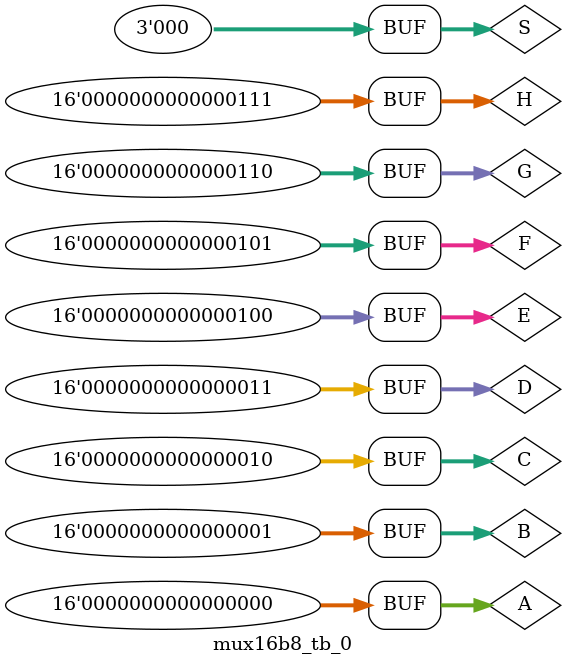
<source format=v>

`timescale 1ns / 1ps

module mux16b8_tb_0();

   // Inputs
   reg [15:0] A;
   reg [15:0] B;
   reg [15:0] C;
   reg [15:0] D;
   reg [15:0] E;
   reg [15:0] F;
   reg [15:0] G;
   reg [15:0] H;
   reg [2:0]  S;

   // Output
   wire [15:0] O;

   // Bidirs

   // Instantiate the UUT
   mux16b8 UUT (
                .A(A), 
                .B(B), 
                .C(C), 
                .D(D), 
                .E(E), 
                .F(F), 
                .G(G), 
                .H(H), 
                .S(S), 
                .O(O)
                );
   
   // Initialize Inputs
   initial begin
      A = 16'h0000;
      B = 16'h0001;
      C = 16'h0002;
      D = 16'h0003;
      E = 16'h0004;
      F = 16'h0005;
      G = 16'h0006;
      H = 16'h0007;
      S = 0;

      #100;
      S = 1;
      #20;
      S = 2;
      #20;
      S = 3;
      #20;
      S = 4;
      #20;
      S = 5;
      #20;
      S = 6;
      #20;
      S = 7;
      #20;
      S = 0;
      #20;
   end

endmodule

</source>
